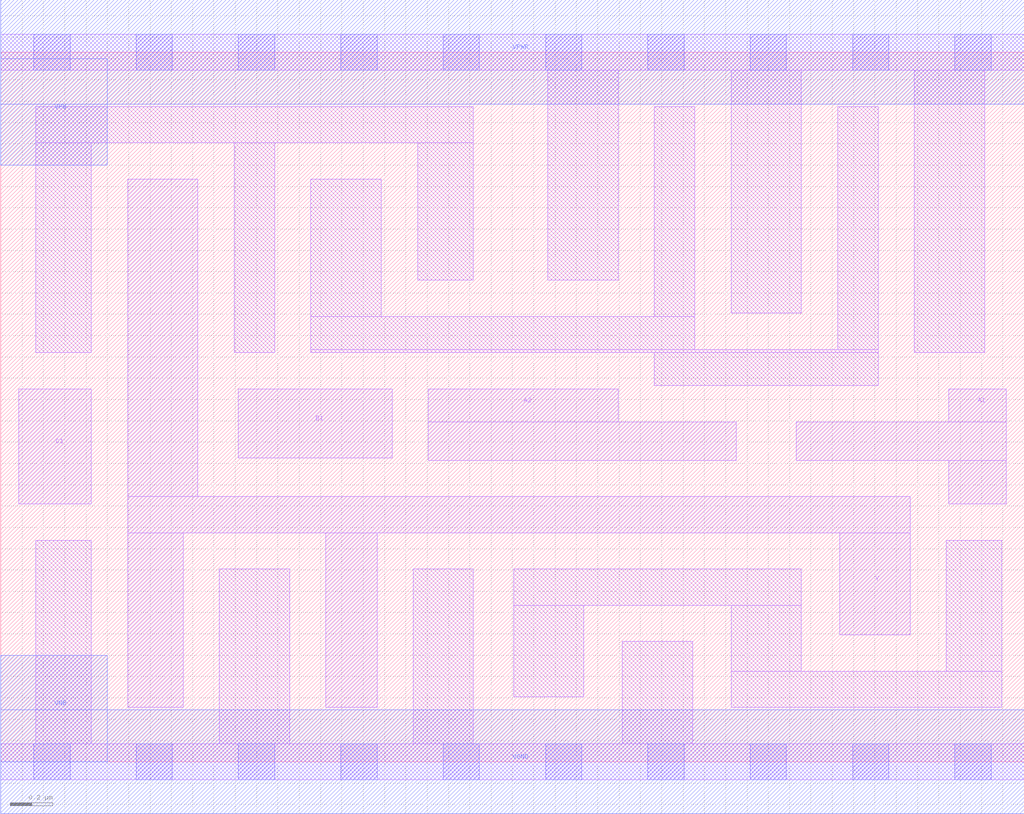
<source format=lef>
# Copyright 2020 The SkyWater PDK Authors
#
# Licensed under the Apache License, Version 2.0 (the "License");
# you may not use this file except in compliance with the License.
# You may obtain a copy of the License at
#
#     https://www.apache.org/licenses/LICENSE-2.0
#
# Unless required by applicable law or agreed to in writing, software
# distributed under the License is distributed on an "AS IS" BASIS,
# WITHOUT WARRANTIES OR CONDITIONS OF ANY KIND, either express or implied.
# See the License for the specific language governing permissions and
# limitations under the License.
#
# SPDX-License-Identifier: Apache-2.0

VERSION 5.5 ;
NAMESCASESENSITIVE ON ;
BUSBITCHARS "[]" ;
DIVIDERCHAR "/" ;
MACRO sky130_fd_sc_lp__a211oi_2
  CLASS CORE ;
  SOURCE USER ;
  ORIGIN  0.000000  0.000000 ;
  SIZE  4.800000 BY  3.330000 ;
  SYMMETRY X Y R90 ;
  SITE unit ;
  PIN A1
    ANTENNAGATEAREA  0.630000 ;
    DIRECTION INPUT ;
    USE SIGNAL ;
    PORT
      LAYER li1 ;
        RECT 3.730000 1.415000 4.715000 1.595000 ;
        RECT 4.445000 1.210000 4.715000 1.415000 ;
        RECT 4.445000 1.595000 4.715000 1.750000 ;
    END
  END A1
  PIN A2
    ANTENNAGATEAREA  0.630000 ;
    DIRECTION INPUT ;
    USE SIGNAL ;
    PORT
      LAYER li1 ;
        RECT 2.005000 1.415000 3.450000 1.595000 ;
        RECT 2.005000 1.595000 2.895000 1.750000 ;
    END
  END A2
  PIN B1
    ANTENNAGATEAREA  0.630000 ;
    DIRECTION INPUT ;
    USE SIGNAL ;
    PORT
      LAYER li1 ;
        RECT 1.115000 1.425000 1.835000 1.750000 ;
    END
  END B1
  PIN C1
    ANTENNAGATEAREA  0.630000 ;
    DIRECTION INPUT ;
    USE SIGNAL ;
    PORT
      LAYER li1 ;
        RECT 0.085000 1.210000 0.425000 1.750000 ;
    END
  END C1
  PIN Y
    ANTENNADIFFAREA  1.125600 ;
    DIRECTION OUTPUT ;
    USE SIGNAL ;
    PORT
      LAYER li1 ;
        RECT 0.595000 0.255000 0.855000 1.075000 ;
        RECT 0.595000 1.075000 4.265000 1.245000 ;
        RECT 0.595000 1.245000 0.925000 2.735000 ;
        RECT 1.525000 0.255000 1.765000 1.075000 ;
        RECT 3.935000 0.595000 4.265000 1.075000 ;
    END
  END Y
  PIN VGND
    DIRECTION INOUT ;
    USE GROUND ;
    PORT
      LAYER met1 ;
        RECT 0.000000 -0.245000 4.800000 0.245000 ;
    END
  END VGND
  PIN VNB
    DIRECTION INOUT ;
    USE GROUND ;
    PORT
      LAYER met1 ;
        RECT 0.000000 0.000000 0.500000 0.500000 ;
    END
  END VNB
  PIN VPB
    DIRECTION INOUT ;
    USE POWER ;
    PORT
      LAYER met1 ;
        RECT 0.000000 2.800000 0.500000 3.300000 ;
    END
  END VPB
  PIN VPWR
    DIRECTION INOUT ;
    USE POWER ;
    PORT
      LAYER met1 ;
        RECT 0.000000 3.085000 4.800000 3.575000 ;
    END
  END VPWR
  OBS
    LAYER li1 ;
      RECT 0.000000 -0.085000 4.800000 0.085000 ;
      RECT 0.000000  3.245000 4.800000 3.415000 ;
      RECT 0.165000  0.085000 0.425000 1.040000 ;
      RECT 0.165000  1.920000 0.425000 2.905000 ;
      RECT 0.165000  2.905000 2.215000 3.075000 ;
      RECT 1.025000  0.085000 1.355000 0.905000 ;
      RECT 1.095000  1.920000 1.285000 2.905000 ;
      RECT 1.455000  1.920000 4.115000 1.935000 ;
      RECT 1.455000  1.935000 3.255000 2.090000 ;
      RECT 1.455000  2.090000 1.785000 2.735000 ;
      RECT 1.935000  0.085000 2.215000 0.905000 ;
      RECT 1.955000  2.260000 2.215000 2.905000 ;
      RECT 2.405000  0.305000 2.735000 0.735000 ;
      RECT 2.405000  0.735000 3.755000 0.905000 ;
      RECT 2.565000  2.260000 2.895000 3.245000 ;
      RECT 2.915000  0.085000 3.245000 0.565000 ;
      RECT 3.065000  1.765000 4.115000 1.920000 ;
      RECT 3.065000  2.090000 3.255000 3.075000 ;
      RECT 3.425000  0.255000 4.695000 0.425000 ;
      RECT 3.425000  0.425000 3.755000 0.735000 ;
      RECT 3.425000  2.105000 3.755000 3.245000 ;
      RECT 3.925000  1.935000 4.115000 3.075000 ;
      RECT 4.285000  1.920000 4.615000 3.245000 ;
      RECT 4.435000  0.425000 4.695000 1.040000 ;
    LAYER mcon ;
      RECT 0.155000 -0.085000 0.325000 0.085000 ;
      RECT 0.155000  3.245000 0.325000 3.415000 ;
      RECT 0.635000 -0.085000 0.805000 0.085000 ;
      RECT 0.635000  3.245000 0.805000 3.415000 ;
      RECT 1.115000 -0.085000 1.285000 0.085000 ;
      RECT 1.115000  3.245000 1.285000 3.415000 ;
      RECT 1.595000 -0.085000 1.765000 0.085000 ;
      RECT 1.595000  3.245000 1.765000 3.415000 ;
      RECT 2.075000 -0.085000 2.245000 0.085000 ;
      RECT 2.075000  3.245000 2.245000 3.415000 ;
      RECT 2.555000 -0.085000 2.725000 0.085000 ;
      RECT 2.555000  3.245000 2.725000 3.415000 ;
      RECT 3.035000 -0.085000 3.205000 0.085000 ;
      RECT 3.035000  3.245000 3.205000 3.415000 ;
      RECT 3.515000 -0.085000 3.685000 0.085000 ;
      RECT 3.515000  3.245000 3.685000 3.415000 ;
      RECT 3.995000 -0.085000 4.165000 0.085000 ;
      RECT 3.995000  3.245000 4.165000 3.415000 ;
      RECT 4.475000 -0.085000 4.645000 0.085000 ;
      RECT 4.475000  3.245000 4.645000 3.415000 ;
  END
END sky130_fd_sc_lp__a211oi_2

</source>
